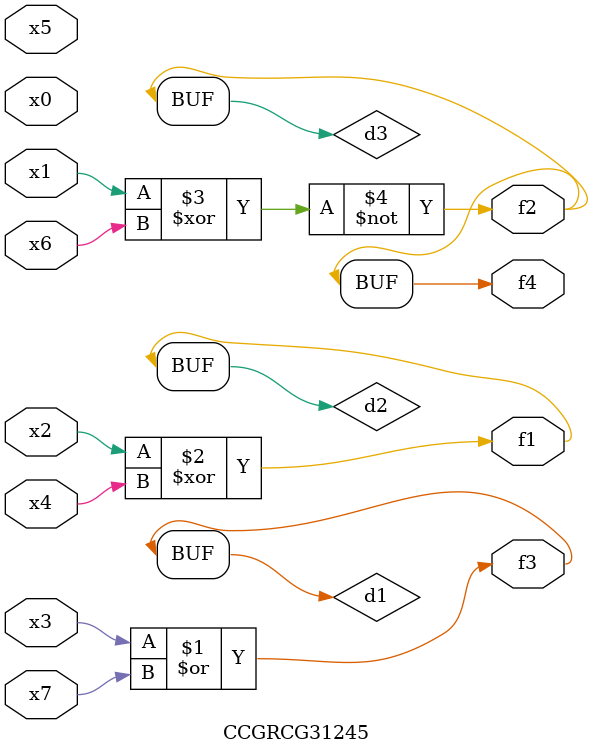
<source format=v>
module CCGRCG31245(
	input x0, x1, x2, x3, x4, x5, x6, x7,
	output f1, f2, f3, f4
);

	wire d1, d2, d3;

	or (d1, x3, x7);
	xor (d2, x2, x4);
	xnor (d3, x1, x6);
	assign f1 = d2;
	assign f2 = d3;
	assign f3 = d1;
	assign f4 = d3;
endmodule

</source>
